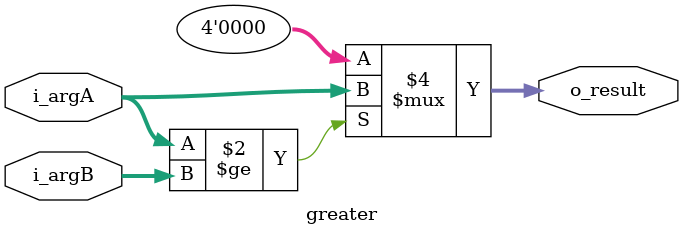
<source format=sv>
module greater (i_argA, i_argB, o_result);
    parameter NUM = 4;
    input logic [NUM-1:0]  i_argA;
    input logic [NUM-1:0]  i_argB;
    output logic [NUM-1:0]  o_result;

    always_comb 
    begin
        if (i_argA >= i_argB)
        begin
        	o_result = i_argA;
       	end
        else
        begin
        	o_result = '0;
        end
    end
endmodule

</source>
